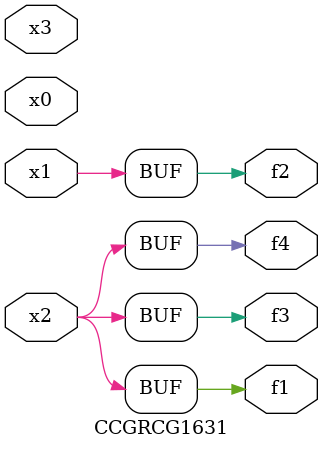
<source format=v>
module CCGRCG1631(
	input x0, x1, x2, x3,
	output f1, f2, f3, f4
);
	assign f1 = x2;
	assign f2 = x1;
	assign f3 = x2;
	assign f4 = x2;
endmodule

</source>
